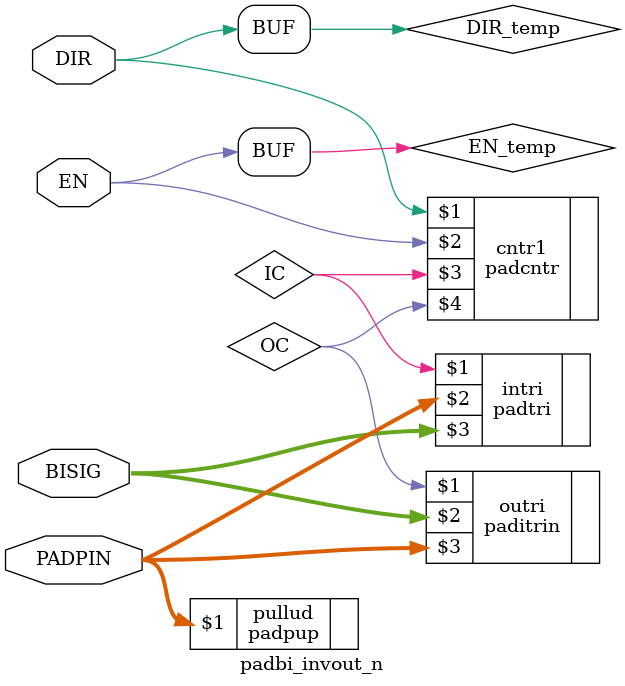
<source format=v>
module padbi_invout_n(EN,DIR,BISIG,PADPIN);
  parameter M = 7;
  parameter N = 0;
  parameter SLIM_FLAG = 0;
  parameter OUTDRIVE = "4MA";
  parameter LEVEL_SHIFTING = 0;
  parameter SCHMITT_TRIGGER = 0;
  parameter PULL_TYPE = "None";
  parameter
        d_EN_r = 0,
        d_EN_f = 0,
        d_DIR_r = 0,
        d_DIR_f = 0,
        d_BISIG = 1,
        d_PADPIN = 1;
  input  EN;
  input  DIR;
  inout [M:N] BISIG;
  inout [M:N] PADPIN;
  wire  EN_temp;
  wire  DIR_temp;
  wire [M:N] BISIG_temp;
  wire [M:N] PADPIN_temp;
  wire  IC;
  wire  OC;
  assign #(d_EN_r,d_EN_f) EN_temp = EN;
  assign #(d_DIR_r,d_DIR_f) DIR_temp = DIR;
  padpup #(M,N,PULL_TYPE) pullud (PADPIN);
  paditrin #(M,N,PULL_TYPE) outri (OC,BISIG,PADPIN);
  padtri #(M,N) intri (IC,PADPIN,BISIG);
  padcntr cntr1 (DIR_temp,EN_temp,IC,OC);
endmodule

</source>
